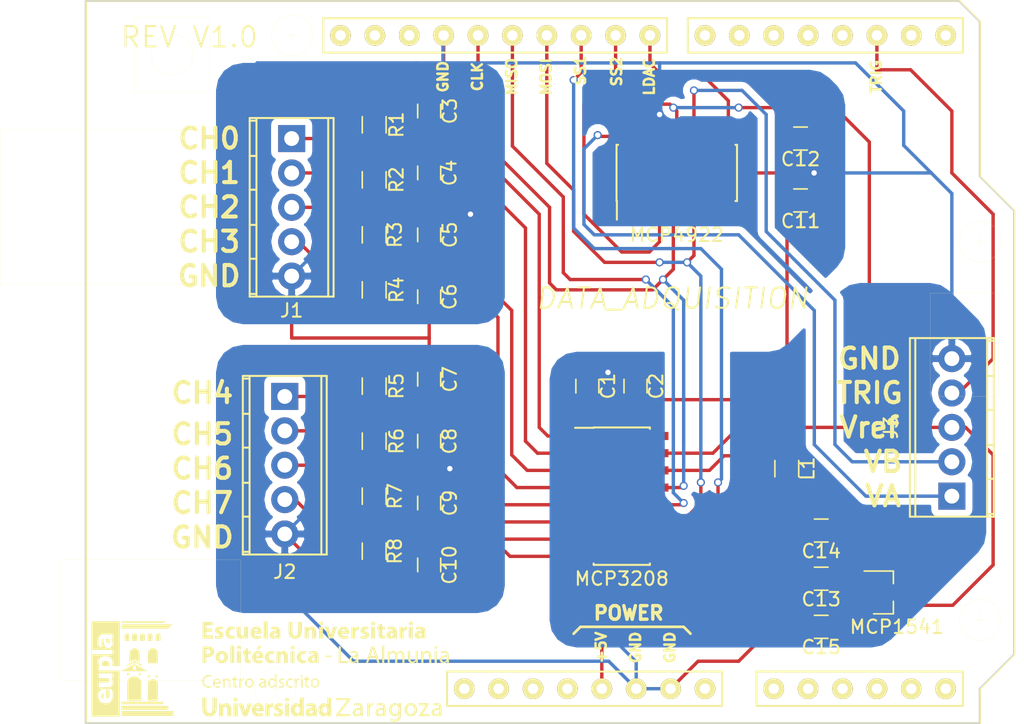
<source format=kicad_pcb>
(kicad_pcb (version 4) (host pcbnew 4.0.7)
  (layers (0 F.Cu signal) (31 B.Cu signal) (34 B.Paste user) (35 F.Paste user) (36 B.SilkS user) (37 F.SilkS user) (38 B.Mask user) (39 F.Mask user) (44 Edge.Cuts user))
  (net 0 "")
  (net 1 +5V)
  (net 2 GND)
  (net 3 "Net-(C3-Pad1)")
  (net 4 "Net-(C4-Pad1)")
  (net 5 "Net-(C5-Pad1)")
  (net 6 "Net-(C6-Pad1)")
  (net 7 "Net-(C7-Pad1)")
  (net 8 "Net-(C8-Pad1)")
  (net 9 "Net-(C9-Pad1)")
  (net 10 "Net-(C10-Pad1)")
  (net 11 /ADC/Vref)
  (net 12 /ADC/CH3)
  (net 13 /ADC/CH0)
  (net 14 /ADC/CH1)
  (net 15 /ADC/CH2)
  (net 16 /ADC/CH7)
  (net 17 /ADC/CH4)
  (net 18 /ADC/CH5)
  (net 19 /ADC/CH6)
  (net 20 /TRIG)
  (net 21 /VoutA)
  (net 22 /VoutB)
  (net 23 GNDD)
  (net 24 GNDA)
  (net 25 "Net-(SH1-PadNC)")
  (net 26 "Net-(SH1-PadRST)")
  (net 27 "Net-(SH1-Pad3V3)")
  (net 28 "Net-(SH1-PadVIN)")
  (net 29 "Net-(SH1-PadA0)")
  (net 30 "Net-(SH1-PadA1)")
  (net 31 "Net-(SH1-PadA2)")
  (net 32 "Net-(SH1-PadA3)")
  (net 33 "Net-(SH1-PadA4/1)")
  (net 34 "Net-(SH1-PadA5/1)")
  (net 35 "Net-(SH1-Pad0)")
  (net 36 "Net-(SH1-Pad1)")
  (net 37 "Net-(SH1-Pad3)")
  (net 38 "Net-(SH1-Pad4)")
  (net 39 "Net-(SH1-Pad5)")
  (net 40 "Net-(SH1-Pad6)")
  (net 41 "Net-(SH1-Pad7)")
  (net 42 /LDAC)
  (net 43 "Net-(SH1-PadAREF)")
  (net 44 "Net-(SH1-PadA4/2)")
  (net 45 "Net-(SH1-PadA5/2)")
  (net 46 "Net-(SH1-PadIREF)")
  (net 47 "Net-(U1-Pad2)")
  (net 48 "Net-(U1-Pad6)")
  (net 49 "Net-(U1-Pad7)")
  (net 50 /SS2)
  (net 51 /SS1)
  (net 52 /MOSI)
  (net 53 /MISO)
  (net 54 /CLK)
  (module Housings_SOIC:SOIC-16_3.9x9.9mm_Pitch1.27mm (layer F.Cu) (at 147.32 100.584)
    (fp_text reference MCP3208 (at 0 6.096) (layer F.SilkS))
    (fp_text value MCP3208)
    (pad 1 smd rect (at -2.7 -4.445) (size 1.5 0.6) (layers F.Cu F.Paste F.Mask) (net 3 "Net-(C3-Pad1)"))
    (pad 2 smd rect (at -2.7 -3.175) (size 1.5 0.6) (layers F.Cu F.Paste F.Mask) (net 4 "Net-(C4-Pad1)"))
    (pad 3 smd rect (at -2.7 -1.905) (size 1.5 0.6) (layers F.Cu F.Paste F.Mask) (net 5 "Net-(C5-Pad1)"))
    (pad 4 smd rect (at -2.7 -0.635) (size 1.5 0.6) (layers F.Cu F.Paste F.Mask) (net 6 "Net-(C6-Pad1)"))
    (pad 5 smd rect (at -2.7 0.635) (size 1.5 0.6) (layers F.Cu F.Paste F.Mask) (net 7 "Net-(C7-Pad1)"))
    (pad 6 smd rect (at -2.7 1.905) (size 1.5 0.6) (layers F.Cu F.Paste F.Mask) (net 8 "Net-(C8-Pad1)"))
    (pad 7 smd rect (at -2.7 3.175) (size 1.5 0.6) (layers F.Cu F.Paste F.Mask) (net 9 "Net-(C9-Pad1)"))
    (pad 8 smd rect (at -2.7 4.445) (size 1.5 0.6) (layers F.Cu F.Paste F.Mask) (net 10 "Net-(C10-Pad1)"))
    (pad 9 smd rect (at 2.7 4.445) (size 1.5 0.6) (layers F.Cu F.Paste F.Mask) (net 23 GNDD))
    (pad 10 smd rect (at 2.7 3.175) (size 1.5 0.6) (layers F.Cu F.Paste F.Mask) (net 51 /SS1))
    (pad 11 smd rect (at 2.7 1.905) (size 1.5 0.6) (layers F.Cu F.Paste F.Mask) (net 52 /MOSI))
    (pad 12 smd rect (at 2.7 0.635) (size 1.5 0.6) (layers F.Cu F.Paste F.Mask) (net 53 /MISO))
    (pad 13 smd rect (at 2.7 -0.635) (size 1.5 0.6) (layers F.Cu F.Paste F.Mask) (net 54 /CLK))
    (pad 14 smd rect (at 2.7 -1.905) (size 1.5 0.6) (layers F.Cu F.Paste F.Mask) (net 24 GNDA))
    (pad 15 smd rect (at 2.7 -3.175) (size 1.5 0.6) (layers F.Cu F.Paste F.Mask) (net 11 /ADC/Vref))
    (pad 16 smd rect (at 2.7 -4.445) (size 1.5 0.6) (layers F.Cu F.Paste F.Mask) (net 1 +5V))
  )
  (module Capacitors_SMD:C_0805 (layer F.Cu) (at 144.78 92.456 90)
    (fp_text reference C1 (at 0 1.524 90) (layer F.SilkS))
    (fp_text value 10uF)
    (pad 1 smd rect (at -1 0 90) (size 1 1.25) (layers F.Cu F.Paste F.Mask) (net 1 +5V))
    (pad 2 smd rect (at 1 0 90) (size 1 1.25) (layers F.Cu F.Paste F.Mask) (net 2 GND))
  )
  (module Capacitors_SMD:C_0805 (layer F.Cu) (at 148.336 92.456 90)
    (fp_text reference C2 (at 0 1.524 90) (layer F.SilkS))
    (fp_text value 0.1uF)
    (pad 1 smd rect (at -1 0 90) (size 1 1.25) (layers F.Cu F.Paste F.Mask) (net 1 +5V))
    (pad 2 smd rect (at 1 0 90) (size 1 1.25) (layers F.Cu F.Paste F.Mask) (net 2 GND))
  )
  (module Capacitors_SMD:C_0805 (layer F.Cu) (at 133.096 72.136 90)
    (fp_text reference C3 (at 0 1.524 90) (layer F.SilkS))
    (fp_text value 100nF)
    (pad 1 smd rect (at -1 0 90) (size 1 1.25) (layers F.Cu F.Paste F.Mask) (net 3 "Net-(C3-Pad1)"))
    (pad 2 smd rect (at 1 0 90) (size 1 1.25) (layers F.Cu F.Paste F.Mask) (net 2 GND))
  )
  (module Capacitors_SMD:C_0805 (layer F.Cu) (at 133.096 76.708 270)
    (fp_text reference C4 (at 0 -1.5 270) (layer F.SilkS))
    (fp_text value 100nF)
    (pad 1 smd rect (at -1 0 270) (size 1 1.25) (layers F.Cu F.Paste F.Mask) (net 4 "Net-(C4-Pad1)"))
    (pad 2 smd rect (at 1 0 270) (size 1 1.25) (layers F.Cu F.Paste F.Mask) (net 2 GND))
  )
  (module Capacitors_SMD:C_0805 (layer F.Cu) (at 133.096 81.28 90)
    (fp_text reference C5 (at 0 1.524 90) (layer F.SilkS))
    (fp_text value 100nF)
    (pad 1 smd rect (at -1 0 90) (size 1 1.25) (layers F.Cu F.Paste F.Mask) (net 5 "Net-(C5-Pad1)"))
    (pad 2 smd rect (at 1 0 90) (size 1 1.25) (layers F.Cu F.Paste F.Mask) (net 2 GND))
  )
  (module Capacitors_SMD:C_0805 (layer F.Cu) (at 133.096 85.852 270)
    (fp_text reference C6 (at 0 -1.5 270) (layer F.SilkS))
    (fp_text value 100nF)
    (pad 1 smd rect (at -1 0 270) (size 1 1.25) (layers F.Cu F.Paste F.Mask) (net 6 "Net-(C6-Pad1)"))
    (pad 2 smd rect (at 1 0 270) (size 1 1.25) (layers F.Cu F.Paste F.Mask) (net 2 GND))
  )
  (module Capacitors_SMD:C_0805 (layer F.Cu) (at 133.096 91.948 90)
    (fp_text reference C7 (at 0 1.524 90) (layer F.SilkS))
    (fp_text value 100nF)
    (pad 1 smd rect (at -1 0 90) (size 1 1.25) (layers F.Cu F.Paste F.Mask) (net 7 "Net-(C7-Pad1)"))
    (pad 2 smd rect (at 1 0 90) (size 1 1.25) (layers F.Cu F.Paste F.Mask) (net 2 GND))
  )
  (module Capacitors_SMD:C_0805 (layer F.Cu) (at 133.096 96.52 270)
    (fp_text reference C8 (at 0 -1.5 270) (layer F.SilkS))
    (fp_text value 100nF)
    (pad 1 smd rect (at -1 0 270) (size 1 1.25) (layers F.Cu F.Paste F.Mask) (net 8 "Net-(C8-Pad1)"))
    (pad 2 smd rect (at 1 0 270) (size 1 1.25) (layers F.Cu F.Paste F.Mask) (net 2 GND))
  )
  (module Capacitors_SMD:C_0805 (layer F.Cu) (at 133.096 101.092 90)
    (fp_text reference C9 (at 0 1.524 90) (layer F.SilkS))
    (fp_text value 100nF)
    (pad 1 smd rect (at -1 0 90) (size 1 1.25) (layers F.Cu F.Paste F.Mask) (net 9 "Net-(C9-Pad1)"))
    (pad 2 smd rect (at 1 0 90) (size 1 1.25) (layers F.Cu F.Paste F.Mask) (net 2 GND))
  )
  (module Capacitors_SMD:C_0805 (layer F.Cu) (at 133.096 105.664 270)
    (fp_text reference C10 (at 0 -1.5 270) (layer F.SilkS))
    (fp_text value 100nF)
    (pad 1 smd rect (at -1 0 270) (size 1 1.25) (layers F.Cu F.Paste F.Mask) (net 10 "Net-(C10-Pad1)"))
    (pad 2 smd rect (at 1 0 270) (size 1 1.25) (layers F.Cu F.Paste F.Mask) (net 2 GND))
  )
  (module Capacitors_SMD:C_0805 (layer F.Cu) (at 160.528 78.74)
    (fp_text reference C11 (at 0 1.524) (layer F.SilkS))
    (fp_text value 10nF)
    (pad 1 smd rect (at -1 0) (size 1 1.25) (layers F.Cu F.Paste F.Mask) (net 1 +5V))
    (pad 2 smd rect (at 1 0) (size 1 1.25) (layers F.Cu F.Paste F.Mask) (net 2 GND))
  )
  (module Capacitors_SMD:C_0805 (layer F.Cu) (at 160.528 74.168)
    (fp_text reference C12 (at 0 1.524) (layer F.SilkS))
    (fp_text value 0.1nF)
    (pad 1 smd rect (at -1 0) (size 1 1.25) (layers F.Cu F.Paste F.Mask) (net 1 +5V))
    (pad 2 smd rect (at 1 0) (size 1 1.25) (layers F.Cu F.Paste F.Mask) (net 2 GND))
  )
  (module Capacitors_SMD:C_0805 (layer F.Cu) (at 162.052 106.68)
    (fp_text reference C13 (at 0 1.524) (layer F.SilkS))
    (fp_text value 10uF)
    (pad 1 smd rect (at -1 0) (size 1 1.25) (layers F.Cu F.Paste F.Mask) (net 1 +5V))
    (pad 2 smd rect (at 1 0) (size 1 1.25) (layers F.Cu F.Paste F.Mask) (net 2 GND))
  )
  (module Capacitors_SMD:C_0805 (layer F.Cu) (at 162.052 103.124)
    (fp_text reference C14 (at 0 1.524) (layer F.SilkS))
    (fp_text value 0.1uF)
    (pad 1 smd rect (at -1 0) (size 1 1.25) (layers F.Cu F.Paste F.Mask) (net 1 +5V))
    (pad 2 smd rect (at 1 0) (size 1 1.25) (layers F.Cu F.Paste F.Mask) (net 2 GND))
  )
  (module Capacitors_SMD:C_0805 (layer F.Cu) (at 162.052 110.236 180)
    (fp_text reference C15 (at 0 -1.5 180) (layer F.SilkS))
    (fp_text value 10uF)
    (pad 1 smd rect (at -1 0 180) (size 1 1.25) (layers F.Cu F.Paste F.Mask) (net 11 /ADC/Vref))
    (pad 2 smd rect (at 1 0 180) (size 1 1.25) (layers F.Cu F.Paste F.Mask) (net 2 GND))
  )
  (module TerminalBlocks_Phoenix:TerminalBlock_Phoenix_MPT-2.54mm_5pol (layer F.Cu) (at 122.936 74.168 270)
    (fp_text reference J1 (at 12.7 0 360) (layer F.SilkS))
    (fp_text value Conn_01x05)
    (pad 4 thru_hole oval (at 7.62 0 90) (size 1.99898 1.99898) (drill 1.09728) (layers *.Cu *.Mask) (net 12 /ADC/CH3))
    (pad 1 thru_hole rect (at 0 0 90) (size 1.99898 1.99898) (drill 1.09728) (layers *.Cu *.Mask) (net 13 /ADC/CH0))
    (pad 2 thru_hole oval (at 2.54 0 90) (size 1.99898 1.99898) (drill 1.09728) (layers *.Cu *.Mask) (net 14 /ADC/CH1))
    (pad 3 thru_hole oval (at 5.08 0 90) (size 1.99898 1.99898) (drill 1.09728) (layers *.Cu *.Mask) (net 15 /ADC/CH2))
    (pad 5 thru_hole oval (at 10.16 0 90) (size 1.99898 1.99898) (drill 1.09728) (layers *.Cu *.Mask) (net 2 GND))
  )
  (module TerminalBlocks_Phoenix:TerminalBlock_Phoenix_MPT-2.54mm_5pol (layer F.Cu) (at 122.428 93.218 270)
    (fp_text reference J2 (at 12.954 0 360) (layer F.SilkS))
    (fp_text value Conn_01x05)
    (pad 4 thru_hole oval (at 7.62 0 90) (size 1.99898 1.99898) (drill 1.09728) (layers *.Cu *.Mask) (net 16 /ADC/CH7))
    (pad 1 thru_hole rect (at 0 0 90) (size 1.99898 1.99898) (drill 1.09728) (layers *.Cu *.Mask) (net 17 /ADC/CH4))
    (pad 2 thru_hole oval (at 2.54 0 90) (size 1.99898 1.99898) (drill 1.09728) (layers *.Cu *.Mask) (net 18 /ADC/CH5))
    (pad 3 thru_hole oval (at 5.08 0 90) (size 1.99898 1.99898) (drill 1.09728) (layers *.Cu *.Mask) (net 19 /ADC/CH6))
    (pad 5 thru_hole oval (at 10.16 0 90) (size 1.99898 1.99898) (drill 1.09728) (layers *.Cu *.Mask) (net 2 GND))
  )
  (module TerminalBlocks_Phoenix:TerminalBlock_Phoenix_MPT-2.54mm_5pol (layer F.Cu) (at 171.704 100.584 90)
    (fp_text reference J3 (at 5.08 -4.50088 90) (layer F.SilkS))
    (fp_text value Conn_01x05)
    (pad 4 thru_hole oval (at 7.62 0 270) (size 1.99898 1.99898) (drill 1.09728) (layers *.Cu *.Mask) (net 20 /TRIG))
    (pad 1 thru_hole rect (at 0 0 270) (size 1.99898 1.99898) (drill 1.09728) (layers *.Cu *.Mask) (net 21 /VoutA))
    (pad 2 thru_hole oval (at 2.54 0 270) (size 1.99898 1.99898) (drill 1.09728) (layers *.Cu *.Mask) (net 22 /VoutB))
    (pad 3 thru_hole oval (at 5.08 0 270) (size 1.99898 1.99898) (drill 1.09728) (layers *.Cu *.Mask) (net 11 /ADC/Vref))
    (pad 5 thru_hole oval (at 10.16 0 270) (size 1.99898 1.99898) (drill 1.09728) (layers *.Cu *.Mask) (net 2 GND))
  )
  (module Inductors_SMD:L_0805 (layer F.Cu) (at 159.512 98.552 90)
    (fp_text reference L1 (at 0 1.524 270) (layer F.SilkS))
    (fp_text value Ferrite_Bead)
    (pad 1 smd rect (at -0.95 0 90) (size 0.7 1.3) (layers F.Cu F.Paste F.Mask) (net 23 GNDD))
    (pad 2 smd rect (at 0.95 0 90) (size 0.7 1.3) (layers F.Cu F.Paste F.Mask) (net 24 GNDA))
  )
  (module Resistors_SMD:R_0805 (layer F.Cu) (at 129.032 73.152 270)
    (fp_text reference R1 (at 0 -1.65 270) (layer F.SilkS))
    (fp_text value 330R)
    (pad 1 smd rect (at -0.95 0 270) (size 0.7 1.3) (layers F.Cu F.Paste F.Mask) (net 3 "Net-(C3-Pad1)"))
    (pad 2 smd rect (at 0.95 0 270) (size 0.7 1.3) (layers F.Cu F.Paste F.Mask) (net 13 /ADC/CH0))
  )
  (module Resistors_SMD:R_0805 (layer F.Cu) (at 129.032 77.216 270)
    (fp_text reference R2 (at 0 -1.65 270) (layer F.SilkS))
    (fp_text value 330R)
    (pad 1 smd rect (at -0.95 0 270) (size 0.7 1.3) (layers F.Cu F.Paste F.Mask) (net 4 "Net-(C4-Pad1)"))
    (pad 2 smd rect (at 0.95 0 270) (size 0.7 1.3) (layers F.Cu F.Paste F.Mask) (net 14 /ADC/CH1))
  )
  (module Resistors_SMD:R_0805 (layer F.Cu) (at 129.032 81.28 90)
    (fp_text reference R3 (at 0 1.524 90) (layer F.SilkS))
    (fp_text value 330R)
    (pad 1 smd rect (at -0.95 0 90) (size 0.7 1.3) (layers F.Cu F.Paste F.Mask) (net 5 "Net-(C5-Pad1)"))
    (pad 2 smd rect (at 0.95 0 90) (size 0.7 1.3) (layers F.Cu F.Paste F.Mask) (net 15 /ADC/CH2))
  )
  (module Resistors_SMD:R_0805 (layer F.Cu) (at 129.032 85.344 270)
    (fp_text reference R4 (at 0 -1.65 270) (layer F.SilkS))
    (fp_text value 330R)
    (pad 1 smd rect (at -0.95 0 270) (size 0.7 1.3) (layers F.Cu F.Paste F.Mask) (net 6 "Net-(C6-Pad1)"))
    (pad 2 smd rect (at 0.95 0 270) (size 0.7 1.3) (layers F.Cu F.Paste F.Mask) (net 12 /ADC/CH3))
  )
  (module Resistors_SMD:R_0805 (layer F.Cu) (at 129.032 92.456 270)
    (fp_text reference R5 (at 0 -1.65 270) (layer F.SilkS))
    (fp_text value 330R)
    (pad 1 smd rect (at -0.95 0 270) (size 0.7 1.3) (layers F.Cu F.Paste F.Mask) (net 7 "Net-(C7-Pad1)"))
    (pad 2 smd rect (at 0.95 0 270) (size 0.7 1.3) (layers F.Cu F.Paste F.Mask) (net 17 /ADC/CH4))
  )
  (module Resistors_SMD:R_0805 (layer F.Cu) (at 129.032 96.52 270)
    (fp_text reference R6 (at 0 -1.65 270) (layer F.SilkS))
    (fp_text value 330R)
    (pad 1 smd rect (at -0.95 0 270) (size 0.7 1.3) (layers F.Cu F.Paste F.Mask) (net 8 "Net-(C8-Pad1)"))
    (pad 2 smd rect (at 0.95 0 270) (size 0.7 1.3) (layers F.Cu F.Paste F.Mask) (net 18 /ADC/CH5))
  )
  (module Resistors_SMD:R_0805 (layer F.Cu) (at 129.032 100.584 90)
    (fp_text reference R7 (at 0 1.524 90) (layer F.SilkS))
    (fp_text value 330R)
    (pad 1 smd rect (at -0.95 0 90) (size 0.7 1.3) (layers F.Cu F.Paste F.Mask) (net 9 "Net-(C9-Pad1)"))
    (pad 2 smd rect (at 0.95 0 90) (size 0.7 1.3) (layers F.Cu F.Paste F.Mask) (net 19 /ADC/CH6))
  )
  (module Resistors_SMD:R_0805 (layer F.Cu) (at 129.032 104.648 90)
    (fp_text reference R8 (at 0 1.524 90) (layer F.SilkS))
    (fp_text value 330R)
    (pad 1 smd rect (at -0.95 0 90) (size 0.7 1.3) (layers F.Cu F.Paste F.Mask) (net 10 "Net-(C10-Pad1)"))
    (pad 2 smd rect (at 0.95 0 90) (size 0.7 1.3) (layers F.Cu F.Paste F.Mask) (net 16 /ADC/CH7))
  )
  (module SHIELD_ARDUINO:ARDUINO_as_UNO_R3_CONTOUR (layer F.Cu) (at 142.0368 90.678)
    (fp_text reference "REV V1.0" (at -26.6573 -24.003) (layer F.SilkS) (effects (font (size 1.5 1.5))))
    (fp_text value DATA_ADQUISITION (at 9.0297 -4.699) (layer F.SilkS) (effects (font (size 1.5 1.5) (thickness 0.15) italic)))
    (pad NC thru_hole circle (at -6.35 24.13) (size 1.524 1.524) (drill 0.762) (layers *.Cu *.Mask F.SilkS) (net 25 "Net-(SH1-PadNC)"))
    (pad RST thru_hole circle (at -1.27 24.13) (size 1.524 1.524) (drill 0.762) (layers *.Cu *.Mask F.SilkS) (net 26 "Net-(SH1-PadRST)"))
    (pad 3V3 thru_hole circle (at 1.27 24.13) (size 1.524 1.524) (drill 0.762) (layers *.Cu *.Mask F.SilkS) (net 27 "Net-(SH1-Pad3V3)"))
    (pad 5V thru_hole circle (at 3.81 24.13) (size 1.524 1.524) (drill 0.762) (layers *.Cu *.Mask F.SilkS) (net 1 +5V))
    (pad GND1 thru_hole circle (at 6.35 24.13) (size 1.524 1.524) (drill 0.762) (layers *.Cu *.Mask F.SilkS) (net 2 GND))
    (pad GND2 thru_hole circle (at 8.89 24.13) (size 1.524 1.524) (drill 0.762) (layers *.Cu *.Mask F.SilkS) (net 2 GND))
    (pad VIN thru_hole circle (at 11.43 24.13) (size 1.524 1.524) (drill 0.762) (layers *.Cu *.Mask F.SilkS) (net 28 "Net-(SH1-PadVIN)"))
    (pad A0 thru_hole circle (at 16.51 24.13) (size 1.524 1.524) (drill 0.762) (layers *.Cu *.Mask F.SilkS) (net 29 "Net-(SH1-PadA0)"))
    (pad A1 thru_hole circle (at 19.05 24.13) (size 1.524 1.524) (drill 0.762) (layers *.Cu *.Mask F.SilkS) (net 30 "Net-(SH1-PadA1)"))
    (pad A2 thru_hole circle (at 21.59 24.13) (size 1.524 1.524) (drill 0.762) (layers *.Cu *.Mask F.SilkS) (net 31 "Net-(SH1-PadA2)"))
    (pad A3 thru_hole circle (at 24.13 24.13) (size 1.524 1.524) (drill 0.762) (layers *.Cu *.Mask F.SilkS) (net 32 "Net-(SH1-PadA3)"))
    (pad A4/1 thru_hole circle (at 26.67 24.13) (size 1.524 1.524) (drill 0.762) (layers *.Cu *.Mask F.SilkS) (net 33 "Net-(SH1-PadA4/1)"))
    (pad A5/1 thru_hole circle (at 29.21 24.13) (size 1.524 1.524) (drill 0.762) (layers *.Cu *.Mask F.SilkS) (net 34 "Net-(SH1-PadA5/1)"))
    (pad 0 thru_hole circle (at 29.21 -24.13) (size 1.524 1.524) (drill 0.762) (layers *.Cu *.Mask F.SilkS) (net 35 "Net-(SH1-Pad0)"))
    (pad 1 thru_hole circle (at 26.67 -24.13) (size 1.524 1.524) (drill 0.762) (layers *.Cu *.Mask F.SilkS) (net 36 "Net-(SH1-Pad1)"))
    (pad 2 thru_hole circle (at 24.13 -24.13) (size 1.524 1.524) (drill 0.762) (layers *.Cu *.Mask F.SilkS) (net 20 /TRIG))
    (pad 3 thru_hole circle (at 21.59 -24.13) (size 1.524 1.524) (drill 0.762) (layers *.Cu *.Mask F.SilkS) (net 37 "Net-(SH1-Pad3)"))
    (pad 4 thru_hole circle (at 19.05 -24.13) (size 1.524 1.524) (drill 0.762) (layers *.Cu *.Mask F.SilkS) (net 38 "Net-(SH1-Pad4)"))
    (pad 5 thru_hole circle (at 16.51 -24.13) (size 1.524 1.524) (drill 0.762) (layers *.Cu *.Mask F.SilkS) (net 39 "Net-(SH1-Pad5)"))
    (pad 6 thru_hole circle (at 13.97 -24.13) (size 1.524 1.524) (drill 0.762) (layers *.Cu *.Mask F.SilkS) (net 40 "Net-(SH1-Pad6)"))
    (pad 7 thru_hole circle (at 11.43 -24.13) (size 1.524 1.524) (drill 0.762) (layers *.Cu *.Mask F.SilkS) (net 41 "Net-(SH1-Pad7)"))
    (pad 8 thru_hole circle (at 7.366 -24.13) (size 1.524 1.524) (drill 0.762) (layers *.Cu *.Mask F.SilkS) (net 42 /LDAC))
    (pad 9 thru_hole circle (at 4.826 -24.13) (size 1.524 1.524) (drill 0.762) (layers *.Cu *.Mask F.SilkS) (net 50 /SS2))
    (pad 10 thru_hole circle (at 2.286 -24.13) (size 1.524 1.524) (drill 0.762) (layers *.Cu *.Mask F.SilkS) (net 51 /SS1))
    (pad 11 thru_hole circle (at -0.254 -24.13) (size 1.524 1.524) (drill 0.762) (layers *.Cu *.Mask F.SilkS) (net 52 /MOSI))
    (pad 12 thru_hole circle (at -2.794 -24.13) (size 1.524 1.524) (drill 0.762) (layers *.Cu *.Mask F.SilkS) (net 53 /MISO))
    (pad 13 thru_hole circle (at -5.334 -24.13) (size 1.524 1.524) (drill 0.762) (layers *.Cu *.Mask F.SilkS) (net 54 /CLK))
    (pad GND3 thru_hole circle (at -7.874 -24.13) (size 1.524 1.524) (drill 0.762) (layers *.Cu *.Mask F.SilkS) (net 2 GND))
    (pad AREF thru_hole circle (at -10.414 -24.13) (size 1.524 1.524) (drill 0.762) (layers *.Cu *.Mask F.SilkS) (net 43 "Net-(SH1-PadAREF)"))
    (pad A4/2 thru_hole circle (at -12.954 -24.13) (size 1.524 1.524) (drill 0.762) (layers *.Cu *.Mask F.SilkS) (net 44 "Net-(SH1-PadA4/2)"))
    (pad A5/2 thru_hole circle (at -15.494 -24.13) (size 1.524 1.524) (drill 0.762) (layers *.Cu *.Mask F.SilkS) (net 45 "Net-(SH1-PadA5/2)"))
    (pad IREF thru_hole circle (at -3.81 24.13) (size 1.524 1.524) (drill 0.762) (layers *.Cu *.Mask F.SilkS) (net 46 "Net-(SH1-PadIREF)"))
  )
  (module Housings_SOIC:SOIC-14_3.9x8.7mm_Pitch1.27mm (layer F.Cu) (at 151.384 76.708 90)
    (fp_text reference MCP4922 (at -4.572 0 180) (layer F.SilkS))
    (fp_text value MCP4922)
    (pad 1 smd rect (at -2.7 -3.81 90) (size 1.5 0.6) (layers F.Cu F.Paste F.Mask) (net 1 +5V))
    (pad 2 smd rect (at -2.7 -2.54 90) (size 1.5 0.6) (layers F.Cu F.Paste F.Mask) (net 47 "Net-(U1-Pad2)"))
    (pad 3 smd rect (at -2.7 -1.27 90) (size 1.5 0.6) (layers F.Cu F.Paste F.Mask) (net 50 /SS2))
    (pad 4 smd rect (at -2.7 0 90) (size 1.5 0.6) (layers F.Cu F.Paste F.Mask) (net 54 /CLK))
    (pad 5 smd rect (at -2.7 1.27 90) (size 1.5 0.6) (layers F.Cu F.Paste F.Mask) (net 52 /MOSI))
    (pad 6 smd rect (at -2.7 2.54 90) (size 1.5 0.6) (layers F.Cu F.Paste F.Mask) (net 48 "Net-(U1-Pad6)"))
    (pad 7 smd rect (at -2.7 3.81 90) (size 1.5 0.6) (layers F.Cu F.Paste F.Mask) (net 49 "Net-(U1-Pad7)"))
    (pad 8 smd rect (at 2.7 3.81 90) (size 1.5 0.6) (layers F.Cu F.Paste F.Mask) (net 42 /LDAC))
    (pad 9 smd rect (at 2.7 2.54 90) (size 1.5 0.6) (layers F.Cu F.Paste F.Mask) (net 1 +5V))
    (pad 10 smd rect (at 2.7 1.27 90) (size 1.5 0.6) (layers F.Cu F.Paste F.Mask) (net 22 /VoutB))
    (pad 11 smd rect (at 2.7 0 90) (size 1.5 0.6) (layers F.Cu F.Paste F.Mask) (net 11 /ADC/Vref))
    (pad 12 smd rect (at 2.7 -1.27 90) (size 1.5 0.6) (layers F.Cu F.Paste F.Mask) (net 2 GND))
    (pad 13 smd rect (at 2.7 -2.54 90) (size 1.5 0.6) (layers F.Cu F.Paste F.Mask) (net 11 /ADC/Vref))
    (pad 14 smd rect (at 2.7 -3.81 90) (size 1.5 0.6) (layers F.Cu F.Paste F.Mask) (net 21 /VoutA))
  )
  (module TO_SOT_Packages_SMD:SOT-23 (layer F.Cu) (at 166.624 107.696)
    (fp_text reference MCP1541 (at 1.016 2.54) (layer F.SilkS))
    (fp_text value MCP1541)
    (pad 1 smd rect (at -1 -0.95) (size 0.9 0.8) (layers F.Cu F.Paste F.Mask) (net 1 +5V))
    (pad 2 smd rect (at -1 0.95) (size 0.9 0.8) (layers F.Cu F.Paste F.Mask) (net 11 /ADC/Vref))
    (pad 3 smd rect (at 1 0) (size 0.9 0.8) (layers F.Cu F.Paste F.Mask) (net 2 GND))
  )
  (module SHIELD_ARDUINO:EUPLA (layer F.Cu) (at 121.412 113.538)
    (fp_text reference G*** hide)
    (fp_text value LOGO hide)
  )
  (gr_text POWER (at 147.828 109.22) (layer F.SilkS) (effects (font (size 1 1) (thickness 0.25))))
  (gr_line (start 151.892 110.236) (end 152.4 110.744) (angle 90) (layer F.SilkS) (width 0.2))
  (gr_line (start 144.272 110.236) (end 151.892 110.236) (angle 90) (layer F.SilkS) (width 0.2))
  (gr_line (start 143.764 110.744) (end 144.272 110.236) (angle 90) (layer F.SilkS) (width 0.2))
  (gr_text +5V (at 145.796 111.76 90) (layer F.SilkS) (effects (font (size 0.75 0.75) (thickness 0.1875))))
  (gr_text GND (at 148.336 111.76 90) (layer F.SilkS) (effects (font (size 0.75 0.75) (thickness 0.1875))))
  (gr_text GND (at 150.876 111.76 90) (layer F.SilkS) (effects (font (size 0.75 0.75) (thickness 0.1875))))
  (gr_text TRIG (at 166.116 69.596 90) (layer F.SilkS) (effects (font (size 0.75 0.75) (thickness 0.1875))))
  (gr_text GND (at 134.112 69.596 90) (layer F.SilkS) (effects (font (size 0.75 0.75) (thickness 0.1875))))
  (gr_text CLK (at 136.652 69.596 90) (layer F.SilkS) (effects (font (size 0.75 0.75) (thickness 0.1875))))
  (gr_text MISO (at 139.192 69.596 90) (layer F.SilkS) (effects (font (size 0.75 0.75) (thickness 0.1875))))
  (gr_text MOSI (at 141.732 69.596 90) (layer F.SilkS) (effects (font (size 0.75 0.75) (thickness 0.1875))))
  (gr_text SS1 (at 144.272 69.1515 90) (layer F.SilkS) (effects (font (size 0.75 0.75) (thickness 0.1875))))
  (gr_text SS2 (at 146.939 69.215 90) (layer F.SilkS) (effects (font (size 0.75 0.75) (thickness 0.1875))))
  (gr_text LDAC (at 149.352 69.596 90) (layer F.SilkS) (effects (font (size 0.75 0.75) (thickness 0.1875))))
  (gr_text VA (at 166.624 100.584) (layer F.SilkS) (effects (font (size 1.5 1.5) (thickness 0.3))))
  (gr_text VB (at 166.624 98.044) (layer F.SilkS) (effects (font (size 1.5 1.5) (thickness 0.3))))
  (gr_text Vref (at 165.608 95.504) (layer F.SilkS) (effects (font (size 1.5 1.5) (thickness 0.3))))
  (gr_text TRIG (at 165.608 92.964) (layer F.SilkS) (effects (font (size 1.5 1.5) (thickness 0.3))))
  (gr_text GND (at 165.608 90.424) (layer F.SilkS) (effects (font (size 1.5 1.5) (thickness 0.3))))
  (gr_text GND (at 116.332 103.632) (layer F.SilkS) (effects (font (size 1.5 1.5) (thickness 0.3))))
  (gr_text CH7 (at 116.332 101.092) (layer F.SilkS) (effects (font (size 1.5 1.5) (thickness 0.3))))
  (gr_text CH6 (at 116.332 98.552) (layer F.SilkS) (effects (font (size 1.5 1.5) (thickness 0.3))))
  (gr_text CH5 (at 116.332 96.012) (layer F.SilkS) (effects (font (size 1.5 1.5) (thickness 0.3))))
  (gr_text "GND\n" (at 116.84 84.328) (layer F.SilkS) (effects (font (size 1.5 1.5) (thickness 0.3))))
  (gr_text CH4 (at 116.332 92.964) (layer F.SilkS) (effects (font (size 1.5 1.5) (thickness 0.3))))
  (gr_text CH3 (at 116.84 81.788) (layer F.SilkS) (effects (font (size 1.5 1.5) (thickness 0.3))))
  (gr_text CH2 (at 116.84 79.248) (layer F.SilkS) (effects (font (size 1.5 1.5) (thickness 0.3))))
  (gr_text CH1 (at 116.84 76.708) (layer F.SilkS) (effects (font (size 1.5 1.5) (thickness 0.3))))
  (gr_text "CH0\n" (at 116.84 74.168) (layer F.SilkS) (effects (font (size 1.5 1.5) (thickness 0.3))))
  (gr_line (start 172.212 64.008) (end 107.696 64.008) (angle 90) (layer Edge.Cuts) (width 0.1))
  (gr_line (start 173.736 65.532) (end 172.212 64.008) (angle 90) (layer Edge.Cuts) (width 0.1))
  (gr_line (start 173.736 76.962) (end 173.736 65.532) (angle 90) (layer Edge.Cuts) (width 0.1))
  (gr_line (start 176.276 79.502) (end 173.736 76.962) (angle 90) (layer Edge.Cuts) (width 0.1))
  (gr_line (start 176.276 79.756) (end 176.276 79.502) (angle 90) (layer Edge.Cuts) (width 0.1))
  (gr_line (start 176.276 112.268) (end 176.276 79.756) (angle 90) (layer Edge.Cuts) (width 0.1))
  (gr_line (start 173.736 114.808) (end 176.276 112.268) (angle 90) (layer Edge.Cuts) (width 0.1))
  (gr_line (start 173.736 117.348) (end 173.736 114.808) (angle 90) (layer Edge.Cuts) (width 0.1))
  (gr_line (start 107.696 117.348) (end 173.736 117.348) (angle 90) (layer Edge.Cuts) (width 0.1))
  (gr_line (start 107.696 64.008) (end 107.696 117.348) (angle 90) (layer Edge.Cuts) (width 0.1))
  (segment (start 159.528 78.74) (end 159.528 89.9) (width 0.25) (layer F.Cu) (net 1))
  (segment (start 155.972 93.456) (end 148.336 93.456) (width 0.25) (layer F.Cu) (net 1))
  (segment (start 159.528 89.9) (end 155.972 93.456) (width 0.25) (layer F.Cu) (net 1))
  (segment (start 150.02 96.139) (end 148.717 96.139) (width 0.25) (layer F.Cu) (net 1))
  (segment (start 147.32 97.536) (end 146.304 97.536) (width 0.25) (layer F.Cu) (net 1))
  (segment (start 148.717 96.139) (end 147.32 97.536) (width 0.25) (layer F.Cu) (net 1))
  (segment (start 161.052 106.68) (end 148.336 106.68) (width 0.25) (layer F.Cu) (net 1))
  (segment (start 148.336 106.68) (end 146.304 108.712) (width 0.25) (layer F.Cu) (net 1))
  (segment (start 148.336 93.456) (end 148.336 93.98) (width 0.25) (layer F.Cu) (net 1))
  (segment (start 146.304 96.012) (end 146.304 97.536) (width 0.25) (layer F.Cu) (net 1))
  (segment (start 148.336 93.98) (end 146.304 96.012) (width 0.25) (layer F.Cu) (net 1))
  (segment (start 146.304 97.536) (end 146.304 108.712) (width 0.25) (layer F.Cu) (net 1))
  (segment (start 145.8468 109.1692) (end 145.8468 114.808) (width 0.25) (layer F.Cu) (net 1))
  (segment (start 146.304 108.712) (end 145.8468 109.1692) (width 0.25) (layer F.Cu) (net 1))
  (segment (start 161.052 106.68) (end 161.052 105.156) (width 0.25) (layer F.Cu) (net 1))
  (segment (start 161.052 103.124) (end 161.052 105.156) (width 0.25) (layer F.Cu) (net 1))
  (segment (start 165.624 106.188) (end 164.592 105.156) (width 0.25) (layer F.Cu) (net 1))
  (segment (start 164.592 105.156) (end 161.036 105.156) (width 0.25) (layer F.Cu) (net 1))
  (segment (start 165.624 106.188) (end 165.624 106.746) (width 0.25) (layer F.Cu) (net 1))
  (segment (start 161.052 105.156) (end 161.036 105.156) (width 0.25) (layer F.Cu) (net 1))
  (segment (start 147.574 79.408) (end 147.574 77.978) (width 0.25) (layer F.Cu) (net 1))
  (segment (start 148.844 76.708) (end 154.94 76.708) (width 0.25) (layer F.Cu) (net 1))
  (segment (start 147.574 77.978) (end 148.844 76.708) (width 0.25) (layer F.Cu) (net 1))
  (segment (start 159.528 78.74) (end 159.528 76.692) (width 0.25) (layer F.Cu) (net 1))
  (segment (start 153.924 74.008) (end 153.924 75.692) (width 0.25) (layer F.Cu) (net 1))
  (segment (start 159.528 76.692) (end 159.528 74.168) (width 0.25) (layer F.Cu) (net 1))
  (segment (start 159.512 76.708) (end 159.528 76.692) (width 0.25) (layer F.Cu) (net 1))
  (segment (start 154.94 76.708) (end 159.512 76.708) (width 0.25) (layer F.Cu) (net 1))
  (segment (start 153.924 75.692) (end 154.94 76.708) (width 0.25) (layer F.Cu) (net 1))
  (segment (start 144.78 93.456) (end 148.336 93.456) (width 0.25) (layer F.Cu) (net 1))
  (segment (start 134.112 68.58) (end 134.112 66.5988) (width 0.25) (layer B.Cu) (net 2))
  (segment (start 134.112 66.5988) (end 134.1628 66.548) (width 0.25) (layer B.Cu) (net 2))
  (segment (start 150.114 74.008) (end 150.114 72.39) (width 0.25) (layer F.Cu) (net 2))
  (segment (start 150.114 72.39) (end 150.114 68.58) (width 0.25) (layer B.Cu) (net 2))
  (via (at 150.114 72.39) (size 0.6) (drill 0.4) (layers F.Cu B.Cu) (net 2))
  (via (at 161.528 76.708) (size 0.6) (drill 0.4) (layers F.Cu B.Cu) (net 2))
  (segment (start 170.18 76.708) (end 161.544 76.708) (width 0.25) (layer B.Cu) (net 2))
  (segment (start 161.544 76.708) (end 161.528 76.708) (width 0.25) (layer B.Cu) (net 2))
  (segment (start 171.704 90.424) (end 171.704 78.232) (width 0.25) (layer B.Cu) (net 2))
  (segment (start 164.592 68.58) (end 150.114 68.58) (width 0.25) (layer B.Cu) (net 2))
  (segment (start 150.114 68.58) (end 134.112 68.58) (width 0.25) (layer B.Cu) (net 2))
  (segment (start 134.112 68.58) (end 132.1308 68.58) (width 0.25) (layer B.Cu) (net 2))
  (segment (start 168.148 72.136) (end 164.592 68.58) (width 0.25) (layer B.Cu) (net 2))
  (segment (start 168.148 74.676) (end 168.148 72.136) (width 0.25) (layer B.Cu) (net 2))
  (segment (start 171.704 78.232) (end 170.18 76.708) (width 0.25) (layer B.Cu) (net 2))
  (segment (start 170.18 76.708) (end 168.148 74.676) (width 0.25) (layer B.Cu) (net 2))
  (segment (start 146.304 91.44) (end 146.304 110.744) (width 0.25) (layer B.Cu) (net 2))
  (via (at 146.304 91.44) (size 0.6) (drill 0.4) (layers F.Cu B.Cu) (net 2))
  (segment (start 148.3868 112.8268) (end 148.3868 114.808) (width 0.25) (layer B.Cu) (net 2))
  (segment (start 146.304 110.744) (end 148.3868 112.8268) (width 0.25) (layer B.Cu) (net 2))
  (segment (start 148.336 91.456) (end 146.32 91.456) (width 0.25) (layer F.Cu) (net 2))
  (segment (start 146.288 91.456) (end 146.304 91.44) (width 0.25) (layer F.Cu) (net 2))
  (segment (start 146.288 91.456) (end 144.78 91.456) (width 0.25) (layer F.Cu) (net 2))
  (segment (start 146.32 91.456) (end 146.304 91.44) (width 0.25) (layer F.Cu) (net 2))
  (segment (start 136.144 79.756) (end 134.62 79.756) (width 0.25) (layer B.Cu) (net 2))
  (via (at 136.144 79.756) (size 0.6) (drill 0.4) (layers F.Cu B.Cu) (net 2))
  (segment (start 128.016 79.248) (end 122.936 84.328) (width 0.25) (layer B.Cu) (net 2))
  (segment (start 134.112 79.248) (end 128.016 79.248) (width 0.25) (layer B.Cu) (net 2))
  (segment (start 134.62 79.756) (end 134.112 79.248) (width 0.25) (layer B.Cu) (net 2))
  (segment (start 134.62 98.552) (end 127.508 98.552) (width 0.25) (layer B.Cu) (net 2))
  (via (at 134.62 98.552) (size 0.6) (drill 0.4) (layers F.Cu B.Cu) (net 2))
  (segment (start 124.714 101.092) (end 122.428 103.378) (width 0.25) (layer B.Cu) (net 2))
  (segment (start 124.968 101.092) (end 124.714 101.092) (width 0.25) (layer B.Cu) (net 2))
  (segment (start 127.508 98.552) (end 124.968 101.092) (width 0.25) (layer B.Cu) (net 2))
  (segment (start 125.222 106.172) (end 122.428 103.378) (width 0.25) (layer F.Cu) (net 2))
  (segment (start 133.096 106.664) (end 133.096 107.696) (width 0.25) (layer F.Cu) (net 2))
  (segment (start 133.096 107.696) (end 132.588 108.204) (width 0.25) (layer F.Cu) (net 2))
  (segment (start 132.588 108.204) (end 129.032 108.204) (width 0.25) (layer F.Cu) (net 2))
  (segment (start 129.032 108.204) (end 127 106.172) (width 0.25) (layer F.Cu) (net 2))
  (segment (start 127 106.172) (end 125.222 106.172) (width 0.25) (layer F.Cu) (net 2))
  (segment (start 133.096 100.092) (end 134.096 100.092) (width 0.25) (layer F.Cu) (net 2))
  (segment (start 134.096 97.52) (end 134.62 98.044) (width 0.25) (layer F.Cu) (net 2))
  (segment (start 134.62 98.044) (end 134.62 98.552) (width 0.25) (layer F.Cu) (net 2))
  (segment (start 134.096 97.52) (end 133.096 97.52) (width 0.25) (layer F.Cu) (net 2))
  (segment (start 134.62 99.568) (end 134.62 98.552) (width 0.25) (layer F.Cu) (net 2))
  (segment (start 134.096 100.092) (end 134.62 99.568) (width 0.25) (layer F.Cu) (net 2))
  (segment (start 163.052 106.68) (end 163.576 106.68) (width 0.25) (layer F.Cu) (net 2))
  (segment (start 164.592 107.696) (end 167.624 107.696) (width 0.25) (layer F.Cu) (net 2))
  (segment (start 163.576 106.68) (end 164.592 107.696) (width 0.25) (layer F.Cu) (net 2))
  (segment (start 161.052 110.236) (end 158.496 110.236) (width 0.25) (layer F.Cu) (net 2))
  (segment (start 152.9588 112.776) (end 150.9268 114.808) (width 0.25) (layer F.Cu) (net 2))
  (segment (start 155.956 112.776) (end 152.9588 112.776) (width 0.25) (layer F.Cu) (net 2))
  (segment (start 158.496 110.236) (end 155.956 112.776) (width 0.25) (layer F.Cu) (net 2))
  (segment (start 150.9268 114.808) (end 148.3868 114.808) (width 0.25) (layer B.Cu) (net 2))
  (segment (start 122.428 103.378) (end 122.428 107.696) (width 0.25) (layer B.Cu) (net 2))
  (segment (start 146.3548 112.776) (end 148.3868 114.808) (width 0.25) (layer B.Cu) (net 2))
  (segment (start 127.508 112.776) (end 146.3548 112.776) (width 0.25) (layer B.Cu) (net 2))
  (segment (start 122.428 107.696) (end 127.508 112.776) (width 0.25) (layer B.Cu) (net 2))
  (segment (start 122.936 84.328) (end 119.38 84.328) (width 0.25) (layer B.Cu) (net 2))
  (segment (start 119.38 84.328) (end 118.364 83.312) (width 0.25) (layer B.Cu) (net 2))
  (segment (start 118.364 83.312) (end 118.364 70.612) (width 0.25) (layer B.Cu) (net 2))
  (segment (start 118.364 70.612) (end 120.396 68.58) (width 0.25) (layer B.Cu) (net 2))
  (segment (start 120.396 68.58) (end 132.1308 68.58) (width 0.25) (layer B.Cu) (net 2))
  (segment (start 161.052 110.236) (end 161.052 109.712) (width 0.25) (layer F.Cu) (net 2))
  (segment (start 161.052 109.712) (end 163.052 107.712) (width 0.25) (layer F.Cu) (net 2))
  (segment (start 163.052 107.712) (end 163.052 106.68) (width 0.25) (layer F.Cu) (net 2))
  (segment (start 163.052 103.124) (end 166.624 103.124) (width 0.25) (layer F.Cu) (net 2))
  (segment (start 166.624 103.124) (end 167.624 104.124) (width 0.25) (layer F.Cu) (net 2))
  (segment (start 167.624 104.124) (end 167.624 107.696) (width 0.25) (layer F.Cu) (net 2))
  (segment (start 161.528 74.168) (end 161.528 76.708) (width 0.25) (layer F.Cu) (net 2))
  (segment (start 161.528 76.708) (end 161.528 78.74) (width 0.25) (layer F.Cu) (net 2))
  (segment (start 122.936 84.328) (end 122.936 88.9) (width 0.25) (layer F.Cu) (net 2))
  (segment (start 122.936 88.9) (end 133.096 88.9) (width 0.25) (layer F.Cu) (net 2))
  (segment (start 133.096 86.852) (end 133.096 88.9) (width 0.25) (layer F.Cu) (net 2))
  (segment (start 133.096 88.9) (end 133.096 90.948) (width 0.25) (layer F.Cu) (net 2))
  (segment (start 133.096 80.28) (end 135.62 80.28) (width 0.25) (layer F.Cu) (net 2))
  (segment (start 134.604 77.708) (end 136.144 79.248) (width 0.25) (layer F.Cu) (net 2))
  (segment (start 136.144 79.248) (end 136.144 79.756) (width 0.25) (layer F.Cu) (net 2))
  (segment (start 134.604 77.708) (end 133.096 77.708) (width 0.25) (layer F.Cu) (net 2))
  (segment (start 135.62 80.28) (end 136.144 79.756) (width 0.25) (layer F.Cu) (net 2))
  (segment (start 133.096 71.136) (end 133.096 71.12) (width 0.25) (layer F.Cu) (net 2))
  (segment (start 133.096 71.12) (end 134.1628 70.0532) (width 0.25) (layer F.Cu) (net 2))
  (segment (start 134.1628 70.0532) (end 134.1628 66.548) (width 0.25) (layer F.Cu) (net 2))
  (segment (start 133.096 73.136) (end 134.604 73.136) (width 0.25) (layer F.Cu) (net 3))
  (segment (start 141.859 96.139) (end 144.62 96.139) (width 0.25) (layer F.Cu) (net 3))
  (segment (start 141.224 95.504) (end 141.859 96.139) (width 0.25) (layer F.Cu) (net 3))
  (segment (start 141.224 79.756) (end 141.224 95.504) (width 0.25) (layer F.Cu) (net 3))
  (segment (start 134.604 73.136) (end 141.224 79.756) (width 0.25) (layer F.Cu) (net 3))
  (segment (start 129.032 72.202) (end 130.114 72.202) (width 0.25) (layer F.Cu) (net 3))
  (segment (start 131.048 73.136) (end 133.096 73.136) (width 0.25) (layer F.Cu) (net 3))
  (segment (start 130.114 72.202) (end 131.048 73.136) (width 0.25) (layer F.Cu) (net 3))
  (segment (start 133.096 75.708) (end 135.144 75.708) (width 0.25) (layer F.Cu) (net 4))
  (segment (start 141.097 97.409) (end 144.62 97.409) (width 0.25) (layer F.Cu) (net 4))
  (segment (start 140.208 96.52) (end 141.097 97.409) (width 0.25) (layer F.Cu) (net 4))
  (segment (start 140.208 80.772) (end 140.208 96.52) (width 0.25) (layer F.Cu) (net 4))
  (segment (start 135.144 75.708) (end 140.208 80.772) (width 0.25) (layer F.Cu) (net 4))
  (segment (start 129.032 76.266) (end 130.49 76.266) (width 0.25) (layer F.Cu) (net 4))
  (segment (start 131.048 75.708) (end 133.096 75.708) (width 0.25) (layer F.Cu) (net 4))
  (segment (start 130.49 76.266) (end 131.048 75.708) (width 0.25) (layer F.Cu) (net 4))
  (segment (start 133.096 82.28) (end 134.604 82.28) (width 0.25) (layer F.Cu) (net 5))
  (segment (start 140.335 98.679) (end 144.62 98.679) (width 0.25) (layer F.Cu) (net 5))
  (segment (start 139.192 97.536) (end 140.335 98.679) (width 0.25) (layer F.Cu) (net 5))
  (segment (start 139.192 86.868) (end 139.192 97.536) (width 0.25) (layer F.Cu) (net 5))
  (segment (start 134.604 82.28) (end 139.192 86.868) (width 0.25) (layer F.Cu) (net 5))
  (segment (start 129.032 82.23) (end 133.046 82.23) (width 0.25) (layer F.Cu) (net 5))
  (segment (start 133.046 82.23) (end 133.096 82.28) (width 0.25) (layer F.Cu) (net 5))
  (segment (start 133.096 84.852) (end 135.652 84.852) (width 0.25) (layer F.Cu) (net 6))
  (segment (start 139.573 99.949) (end 144.62 99.949) (width 0.25) (layer F.Cu) (net 6))
  (segment (start 138.176 98.552) (end 139.573 99.949) (width 0.25) (layer F.Cu) (net 6))
  (segment (start 138.176 87.376) (end 138.176 98.552) (width 0.25) (layer F.Cu) (net 6))
  (segment (start 135.652 84.852) (end 138.176 87.376) (width 0.25) (layer F.Cu) (net 6))
  (segment (start 129.032 84.394) (end 130.622 84.394) (width 0.25) (layer F.Cu) (net 6))
  (segment (start 131.08 84.852) (end 133.096 84.852) (width 0.25) (layer F.Cu) (net 6))
  (segment (start 130.622 84.394) (end 131.08 84.852) (width 0.25) (layer F.Cu) (net 6))
  (segment (start 133.096 92.948) (end 133.588 92.948) (width 0.25) (layer F.Cu) (net 7))
  (segment (start 133.588 92.948) (end 137.16 96.52) (width 0.25) (layer F.Cu) (net 7))
  (segment (start 137.795 101.219) (end 144.62 101.219) (width 0.25) (layer F.Cu) (net 7))
  (segment (start 137.16 100.584) (end 137.795 101.219) (width 0.25) (layer F.Cu) (net 7))
  (segment (start 137.16 96.52) (end 137.16 100.584) (width 0.25) (layer F.Cu) (net 7))
  (segment (start 129.032 91.506) (end 129.606 91.506) (width 0.25) (layer F.Cu) (net 7))
  (segment (start 129.606 91.506) (end 131.048 92.948) (width 0.25) (layer F.Cu) (net 7))
  (segment (start 131.048 92.948) (end 133.096 92.948) (width 0.25) (layer F.Cu) (net 7))
  (segment (start 133.096 95.52) (end 134.636 95.52) (width 0.25) (layer F.Cu) (net 8))
  (segment (start 137.033 102.489) (end 144.62 102.489) (width 0.25) (layer F.Cu) (net 8))
  (segment (start 136.144 101.6) (end 137.033 102.489) (width 0.25) (layer F.Cu) (net 8))
  (segment (start 136.144 97.028) (end 136.144 101.6) (width 0.25) (layer F.Cu) (net 8))
  (segment (start 134.636 95.52) (end 136.144 97.028) (width 0.25) (layer F.Cu) (net 8))
  (segment (start 133.096 95.52) (end 129.082 95.52) (width 0.25) (layer F.Cu) (net 8))
  (segment (start 129.082 95.52) (end 129.032 95.57) (width 0.25) (layer F.Cu) (net 8))
  (segment (start 133.096 102.092) (end 133.588 102.092) (width 0.25) (layer F.Cu) (net 9))
  (segment (start 133.588 102.092) (end 135.255 103.759) (width 0.25) (layer F.Cu) (net 9))
  (segment (start 135.255 103.759) (end 144.62 103.759) (width 0.25) (layer F.Cu) (net 9))
  (segment (start 133.096 102.092) (end 131.556 102.092) (width 0.25) (layer F.Cu) (net 9))
  (segment (start 130.998 101.534) (end 129.032 101.534) (width 0.25) (layer F.Cu) (net 9))
  (segment (start 131.556 102.092) (end 130.998 101.534) (width 0.25) (layer F.Cu) (net 9))
  (segment (start 133.096 104.664) (end 138.7 104.664) (width 0.25) (layer F.Cu) (net 10))
  (segment (start 139.065 105.029) (end 144.62 105.029) (width 0.25) (layer F.Cu) (net 10))
  (segment (start 138.7 104.664) (end 139.065 105.029) (width 0.25) (layer F.Cu) (net 10))
  (segment (start 129.032 105.598) (end 130.114 105.598) (width 0.25) (layer F.Cu) (net 10))
  (segment (start 131.048 104.664) (end 133.096 104.664) (width 0.25) (layer F.Cu) (net 10))
  (segment (start 130.114 105.598) (end 131.048 104.664) (width 0.25) (layer F.Cu) (net 10))
  (segment (start 165.608 95.504) (end 165.608 74.422) (width 0.25) (layer F.Cu) (net 11))
  (via (at 151.13 71.882) (size 0.6) (drill 0.4) (layers F.Cu B.Cu) (net 11))
  (segment (start 155.956 71.882) (end 151.13 71.882) (width 0.25) (layer B.Cu) (net 11))
  (via (at 155.956 71.882) (size 0.6) (drill 0.4) (layers F.Cu B.Cu) (net 11))
  (segment (start 163.068 71.882) (end 155.956 71.882) (width 0.25) (layer F.Cu) (net 11))
  (segment (start 165.608 74.422) (end 163.068 71.882) (width 0.25) (layer F.Cu) (net 11))
  (segment (start 148.844 74.008) (end 148.844 72.136) (width 0.25) (layer F.Cu) (net 11))
  (segment (start 148.844 72.136) (end 149.352 71.628) (width 0.25) (layer F.Cu) (net 11))
  (segment (start 149.352 71.628) (end 150.876 71.628) (width 0.25) (layer F.Cu) (net 11))
  (segment (start 150.876 71.628) (end 151.13 71.882) (width 0.25) (layer F.Cu) (net 11))
  (segment (start 151.384 72.136) (end 151.384 74.008) (width 0.25) (layer F.Cu) (net 11))
  (segment (start 151.13 71.882) (end 151.384 72.136) (width 0.25) (layer F.Cu) (net 11))
  (segment (start 150.02 97.409) (end 154.051 97.409) (width 0.25) (layer F.Cu) (net 11))
  (segment (start 155.956 95.504) (end 165.608 95.504) (width 0.25) (layer F.Cu) (net 11))
  (segment (start 165.608 95.504) (end 171.704 95.504) (width 0.25) (layer F.Cu) (net 11))
  (segment (start 154.051 97.409) (end 155.956 95.504) (width 0.25) (layer F.Cu) (net 11))
  (segment (start 171.704 95.504) (end 172.72 95.504) (width 0.25) (layer F.Cu) (net 11))
  (segment (start 171.77 108.646) (end 165.624 108.646) (width 0.25) (layer F.Cu) (net 11))
  (segment (start 174.752 105.664) (end 171.77 108.646) (width 0.25) (layer F.Cu) (net 11))
  (segment (start 174.752 97.536) (end 174.752 105.664) (width 0.25) (layer F.Cu) (net 11))
  (segment (start 172.72 95.504) (end 174.752 97.536) (width 0.25) (layer F.Cu) (net 11))
  (segment (start 165.624 108.646) (end 164.642 108.646) (width 0.25) (layer F.Cu) (net 11))
  (segment (start 164.642 108.646) (end 163.052 110.236) (width 0.25) (layer F.Cu) (net 11))
  (segment (start 122.936 81.788) (end 123.444 81.788) (width 0.25) (layer F.Cu) (net 12))
  (segment (start 123.444 81.788) (end 126.492 84.836) (width 0.25) (layer F.Cu) (net 12))
  (segment (start 126.492 84.836) (end 126.492 85.852) (width 0.25) (layer F.Cu) (net 12))
  (segment (start 126.492 85.852) (end 126.934 86.294) (width 0.25) (layer F.Cu) (net 12))
  (segment (start 126.934 86.294) (end 129.032 86.294) (width 0.25) (layer F.Cu) (net 12))
  (segment (start 122.936 74.168) (end 128.966 74.168) (width 0.25) (layer F.Cu) (net 13))
  (segment (start 128.966 74.168) (end 129.032 74.102) (width 0.25) (layer F.Cu) (net 13))
  (segment (start 122.936 76.708) (end 124.46 76.708) (width 0.25) (layer F.Cu) (net 14))
  (segment (start 125.918 78.166) (end 129.032 78.166) (width 0.25) (layer F.Cu) (net 14))
  (segment (start 124.46 76.708) (end 125.918 78.166) (width 0.25) (layer F.Cu) (net 14))
  (segment (start 122.936 79.248) (end 124.968 79.248) (width 0.25) (layer F.Cu) (net 15))
  (segment (start 126.05 80.33) (end 129.032 80.33) (width 0.25) (layer F.Cu) (net 15))
  (segment (start 124.968 79.248) (end 126.05 80.33) (width 0.25) (layer F.Cu) (net 15))
  (segment (start 122.428 100.838) (end 123.19 100.838) (width 0.25) (layer F.Cu) (net 16))
  (segment (start 123.19 100.838) (end 126.05 103.698) (width 0.25) (layer F.Cu) (net 16))
  (segment (start 126.05 103.698) (end 129.032 103.698) (width 0.25) (layer F.Cu) (net 16))
  (segment (start 122.428 93.218) (end 128.844 93.218) (width 0.25) (layer F.Cu) (net 17))
  (segment (start 128.844 93.218) (end 129.032 93.406) (width 0.25) (layer F.Cu) (net 17))
  (segment (start 122.428 95.758) (end 124.206 95.758) (width 0.25) (layer F.Cu) (net 18))
  (segment (start 125.918 97.47) (end 129.032 97.47) (width 0.25) (layer F.Cu) (net 18))
  (segment (start 124.206 95.758) (end 125.918 97.47) (width 0.25) (layer F.Cu) (net 18))
  (segment (start 122.428 98.298) (end 124.206 98.298) (width 0.25) (layer F.Cu) (net 19))
  (segment (start 125.542 99.634) (end 129.032 99.634) (width 0.25) (layer F.Cu) (net 19))
  (segment (start 124.206 98.298) (end 125.542 99.634) (width 0.25) (layer F.Cu) (net 19))
  (segment (start 171.704 92.964) (end 172.212 92.964) (width 0.25) (layer F.Cu) (net 20))
  (segment (start 172.212 92.964) (end 174.752 90.424) (width 0.25) (layer F.Cu) (net 20))
  (segment (start 174.752 90.424) (end 174.752 79.756) (width 0.25) (layer F.Cu) (net 20))
  (segment (start 174.752 79.756) (end 171.704 76.708) (width 0.25) (layer F.Cu) (net 20))
  (segment (start 171.704 76.708) (end 171.704 72.136) (width 0.25) (layer F.Cu) (net 20))
  (segment (start 171.704 72.136) (end 168.656 69.088) (width 0.25) (layer F.Cu) (net 20))
  (segment (start 168.656 69.088) (end 166.116 69.088) (width 0.25) (layer F.Cu) (net 20))
  (segment (start 166.116 69.088) (end 166.1668 69.0372) (width 0.25) (layer F.Cu) (net 20))
  (segment (start 166.1668 69.0372) (end 166.1668 66.548) (width 0.25) (layer F.Cu) (net 20))
  (segment (start 171.704 100.584) (end 165.354 100.584) (width 0.25) (layer B.Cu) (net 21))
  (segment (start 145.636 74.008) (end 147.574 74.008) (width 0.25) (layer F.Cu) (net 21))
  (segment (start 145.542 73.914) (end 145.636 74.008) (width 0.25) (layer F.Cu) (net 21))
  (via (at 145.542 73.914) (size 0.6) (drill 0.4) (layers F.Cu B.Cu) (net 21))
  (segment (start 144.526 74.93) (end 145.542 73.914) (width 0.25) (layer B.Cu) (net 21))
  (segment (start 144.526 80.518) (end 144.526 74.93) (width 0.25) (layer B.Cu) (net 21))
  (segment (start 145.288 81.28) (end 144.526 80.518) (width 0.25) (layer B.Cu) (net 21))
  (segment (start 155.956 81.28) (end 145.288 81.28) (width 0.25) (layer B.Cu) (net 21))
  (segment (start 161.544 86.868) (end 155.956 81.28) (width 0.25) (layer B.Cu) (net 21))
  (segment (start 161.544 96.774) (end 161.544 86.868) (width 0.25) (layer B.Cu) (net 21))
  (segment (start 165.354 100.584) (end 161.544 96.774) (width 0.25) (layer B.Cu) (net 21))
  (segment (start 171.704 98.044) (end 164.338 98.044) (width 0.25) (layer B.Cu) (net 22))
  (segment (start 152.654 70.612) (end 152.654 74.008) (width 0.25) (layer F.Cu) (net 22))
  (via (at 152.654 70.612) (size 0.6) (drill 0.4) (layers F.Cu B.Cu) (net 22))
  (segment (start 156.21 70.612) (end 152.654 70.612) (width 0.25) (layer B.Cu) (net 22))
  (segment (start 157.988 72.39) (end 156.21 70.612) (width 0.25) (layer B.Cu) (net 22))
  (segment (start 157.988 81.026) (end 157.988 72.39) (width 0.25) (layer B.Cu) (net 22))
  (segment (start 163.068 86.106) (end 157.988 81.026) (width 0.25) (layer B.Cu) (net 22))
  (segment (start 163.068 96.774) (end 163.068 86.106) (width 0.25) (layer B.Cu) (net 22))
  (segment (start 164.338 98.044) (end 163.068 96.774) (width 0.25) (layer B.Cu) (net 22))
  (segment (start 150.02 105.029) (end 159.385 105.029) (width 0.25) (layer F.Cu) (net 23))
  (segment (start 159.512 104.902) (end 159.512 99.502) (width 0.25) (layer F.Cu) (net 23))
  (segment (start 159.385 105.029) (end 159.512 104.902) (width 0.25) (layer F.Cu) (net 23))
  (segment (start 159.512 97.602) (end 154.874 97.602) (width 0.25) (layer F.Cu) (net 24))
  (segment (start 153.797 98.679) (end 150.02 98.679) (width 0.25) (layer F.Cu) (net 24))
  (segment (start 154.874 97.602) (end 153.797 98.679) (width 0.25) (layer F.Cu) (net 24))
  (segment (start 149.4028 68.6308) (end 149.4028 66.548) (width 0.25) (layer F.Cu) (net 42))
  (segment (start 150.368 69.596) (end 149.4028 68.6308) (width 0.25) (layer F.Cu) (net 42))
  (segment (start 153.416 69.596) (end 150.368 69.596) (width 0.25) (layer F.Cu) (net 42))
  (segment (start 155.194 71.374) (end 153.416 69.596) (width 0.25) (layer F.Cu) (net 42))
  (segment (start 155.194 74.008) (end 155.194 71.374) (width 0.25) (layer F.Cu) (net 42))
  (segment (start 150.114 79.408) (end 150.114 81.788) (width 0.25) (layer F.Cu) (net 50))
  (segment (start 146.8628 69.2912) (end 146.8628 66.548) (width 0.25) (layer F.Cu) (net 50))
  (segment (start 144.526 71.628) (end 146.8628 69.2912) (width 0.25) (layer F.Cu) (net 50))
  (segment (start 144.526 79.756) (end 144.526 71.628) (width 0.25) (layer F.Cu) (net 50))
  (segment (start 147.32 82.55) (end 144.526 79.756) (width 0.25) (layer F.Cu) (net 50))
  (segment (start 149.352 82.55) (end 147.32 82.55) (width 0.25) (layer F.Cu) (net 50))
  (segment (start 150.114 81.788) (end 149.352 82.55) (width 0.25) (layer F.Cu) (net 50))
  (segment (start 150.02 103.759) (end 152.019 103.759) (width 0.25) (layer F.Cu) (net 51))
  (segment (start 144.3228 69.2912) (end 144.3228 66.548) (width 0.25) (layer F.Cu) (net 51))
  (segment (start 143.764 69.85) (end 144.3228 69.2912) (width 0.25) (layer F.Cu) (net 51))
  (via (at 143.764 69.85) (size 0.6) (drill 0.4) (layers F.Cu B.Cu) (net 51))
  (segment (start 143.764 80.772) (end 143.764 69.85) (width 0.25) (layer B.Cu) (net 51))
  (segment (start 145.288 82.296) (end 143.764 80.772) (width 0.25) (layer B.Cu) (net 51))
  (segment (start 153.162 82.296) (end 145.288 82.296) (width 0.25) (layer B.Cu) (net 51))
  (segment (start 154.686 83.82) (end 153.162 82.296) (width 0.25) (layer B.Cu) (net 51))
  (segment (start 154.686 99.314) (end 154.686 83.82) (width 0.25) (layer B.Cu) (net 51))
  (segment (start 154.432 99.568) (end 154.686 99.314) (width 0.25) (layer B.Cu) (net 51))
  (via (at 154.432 99.568) (size 0.6) (drill 0.4) (layers F.Cu B.Cu) (net 51))
  (segment (start 154.432 101.346) (end 154.432 99.568) (width 0.25) (layer F.Cu) (net 51))
  (segment (start 152.019 103.759) (end 154.432 101.346) (width 0.25) (layer F.Cu) (net 51))
  (segment (start 141.7828 66.548) (end 141.7828 75.9968) (width 0.25) (layer F.Cu) (net 52))
  (segment (start 150.114 83.312) (end 152.146 83.312) (width 0.25) (layer B.Cu) (net 52))
  (via (at 150.114 83.312) (size 0.6) (drill 0.4) (layers F.Cu B.Cu) (net 52))
  (segment (start 146.05 83.312) (end 150.114 83.312) (width 0.25) (layer F.Cu) (net 52))
  (segment (start 143.764 81.026) (end 146.05 83.312) (width 0.25) (layer F.Cu) (net 52))
  (segment (start 143.764 77.978) (end 143.764 81.026) (width 0.25) (layer F.Cu) (net 52))
  (segment (start 141.7828 75.9968) (end 143.764 77.978) (width 0.25) (layer F.Cu) (net 52))
  (segment (start 152.654 82.804) (end 152.654 79.408) (width 0.25) (layer F.Cu) (net 52))
  (segment (start 152.146 83.312) (end 152.654 82.804) (width 0.25) (layer F.Cu) (net 52))
  (via (at 152.146 83.312) (size 0.6) (drill 0.4) (layers F.Cu B.Cu) (net 52))
  (segment (start 153.162 84.328) (end 152.146 83.312) (width 0.25) (layer B.Cu) (net 52))
  (segment (start 153.162 99.568) (end 153.162 84.328) (width 0.25) (layer B.Cu) (net 52))
  (via (at 153.162 99.568) (size 0.6) (drill 0.4) (layers F.Cu B.Cu) (net 52))
  (segment (start 153.162 101.092) (end 153.162 99.568) (width 0.25) (layer F.Cu) (net 52))
  (segment (start 151.765 102.489) (end 153.162 101.092) (width 0.25) (layer F.Cu) (net 52))
  (segment (start 150.02 102.489) (end 151.765 102.489) (width 0.25) (layer F.Cu) (net 52))
  (segment (start 151.765 101.219) (end 150.02 101.219) (width 0.25) (layer F.Cu) (net 53))
  (segment (start 151.892 101.092) (end 151.765 101.219) (width 0.25) (layer F.Cu) (net 53))
  (via (at 151.892 101.092) (size 0.6) (drill 0.4) (layers F.Cu B.Cu) (net 53))
  (segment (start 151.13 100.33) (end 151.892 101.092) (width 0.25) (layer B.Cu) (net 53))
  (segment (start 151.13 86.614) (end 151.13 100.33) (width 0.25) (layer B.Cu) (net 53))
  (segment (start 149.098 84.582) (end 151.13 86.614) (width 0.25) (layer B.Cu) (net 53))
  (via (at 149.098 84.582) (size 0.6) (drill 0.4) (layers F.Cu B.Cu) (net 53))
  (segment (start 143.51 84.582) (end 149.098 84.582) (width 0.25) (layer F.Cu) (net 53))
  (segment (start 143.002 84.074) (end 143.51 84.582) (width 0.25) (layer F.Cu) (net 53))
  (segment (start 143.002 78.486) (end 143.002 84.074) (width 0.25) (layer F.Cu) (net 53))
  (segment (start 139.2428 74.7268) (end 143.002 78.486) (width 0.25) (layer F.Cu) (net 53))
  (segment (start 139.2428 66.548) (end 139.2428 74.7268) (width 0.25) (layer F.Cu) (net 53))
  (segment (start 151.892 96.52) (end 151.892 86.106) (width 0.25) (layer B.Cu) (net 54))
  (segment (start 151.765 99.949) (end 151.892 99.822) (width 0.25) (layer F.Cu) (net 54))
  (via (at 151.892 99.822) (size 0.6) (drill 0.4) (layers F.Cu B.Cu) (net 54))
  (segment (start 151.892 99.822) (end 151.892 96.52) (width 0.25) (layer B.Cu) (net 54))
  (segment (start 150.02 99.949) (end 151.765 99.949) (width 0.25) (layer F.Cu) (net 54))
  (via (at 150.368 84.582) (size 0.6) (drill 0.4) (layers F.Cu B.Cu) (net 54))
  (segment (start 151.892 86.106) (end 150.368 84.582) (width 0.25) (layer B.Cu) (net 54))
  (segment (start 142.494 85.344) (end 149.606 85.344) (width 0.25) (layer F.Cu) (net 54))
  (segment (start 136.7028 73.9648) (end 141.986 79.248) (width 0.25) (layer F.Cu) (net 54))
  (segment (start 141.986 79.248) (end 141.986 84.836) (width 0.25) (layer F.Cu) (net 54))
  (segment (start 141.986 84.836) (end 142.494 85.344) (width 0.25) (layer F.Cu) (net 54))
  (segment (start 136.7028 66.548) (end 136.7028 73.9648) (width 0.25) (layer F.Cu) (net 54))
  (segment (start 149.606 85.344) (end 150.368 84.582) (width 0.25) (layer F.Cu) (net 54))
  (segment (start 150.368 84.582) (end 151.13 83.82) (width 0.25) (layer F.Cu) (net 54))
  (segment (start 151.13 83.82) (end 151.13 79.662) (width 0.25) (layer F.Cu) (net 54))
  (segment (start 151.13 79.662) (end 151.384 79.408) (width 0.25) (layer F.Cu) (net 54))
  (zone (net 2) (net_name GND) (layer B.Cu) (connect_pads (clearance 0.508)) (min_thickness 0.254) (fill yes (arc_segments 16) (thermal_gap 0.508) (thermal_bridge_width 0.508) (smoothing fillet) (radius 2))
    (polygon (pts (xy 138.684 87.884) (xy 117.348 87.884) (xy 117.348 68.58) (xy 138.684 68.58)))
  )
  (zone (net 2) (net_name GND) (layer B.Cu) (connect_pads (clearance 0.508)) (min_thickness 0.254) (fill yes (arc_segments 16) (thermal_gap 0.508) (thermal_bridge_width 0.508) (smoothing fillet) (radius 2))
    (polygon (pts (xy 138.684 109.22) (xy 117.348 109.22) (xy 117.348 89.408) (xy 138.684 89.408)))
  )
  (zone (net 2) (net_name GND) (layer B.Cu) (connect_pads (clearance 0.508)) (min_thickness 0.254) (fill yes (arc_segments 16) (thermal_gap 0.508) (thermal_bridge_width 0.508) (smoothing fillet) (radius 2))
    (polygon (pts (xy 163.83 70.866) (xy 163.83 83.058) (xy 158.242 88.646) (xy 143.256 88.646) (xy 141.224 86.614) (xy 141.224 70.358) (xy 142.494 69.088) (xy 162.052 69.088)))
  )
  (zone (net 2) (net_name GND) (layer B.Cu) (connect_pads (clearance 0.508)) (min_thickness 0.254) (fill yes (arc_segments 16) (thermal_gap 0.508) (thermal_bridge_width 0.508) (smoothing fillet) (radius 2))
    (polygon (pts (xy 174.244 88.138) (xy 174.244 104.14) (xy 166.624 111.76) (xy 141.986 111.76) (xy 141.986 89.916) (xy 159.004 89.916) (xy 164.084 84.836) (xy 170.942 84.836)))
  )
)
</source>
